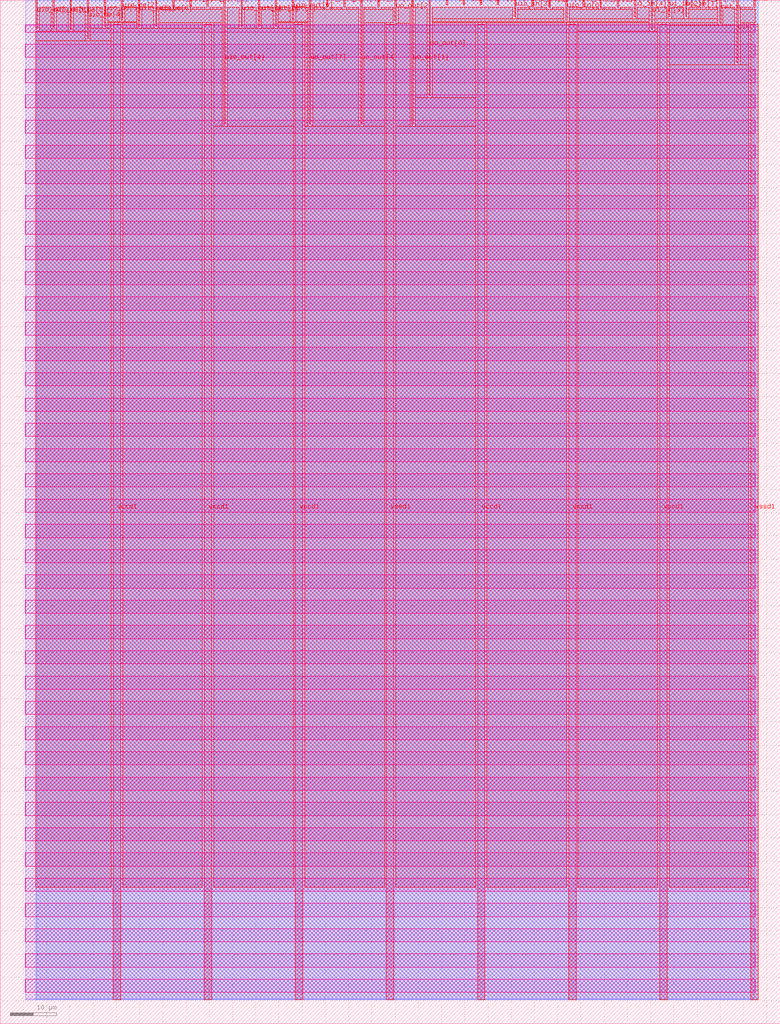
<source format=lef>
VERSION 5.7 ;
  NOWIREEXTENSIONATPIN ON ;
  DIVIDERCHAR "/" ;
  BUSBITCHARS "[]" ;
MACRO tt_um_MichaelBell_hovalaag
  CLASS BLOCK ;
  FOREIGN tt_um_MichaelBell_hovalaag ;
  ORIGIN 0.000 0.000 ;
  SIZE 167.900 BY 220.320 ;
  PIN clk
    DIRECTION INPUT ;
    USE SIGNAL ;
    PORT
      LAYER met4 ;
        RECT 158.550 206.850 158.850 220.320 ;
    END
  END clk
  PIN ena
    DIRECTION INPUT ;
    USE SIGNAL ;
    PORT
      LAYER met4 ;
        RECT 162.230 218.780 162.530 220.320 ;
    END
  END ena
  PIN rst_n
    DIRECTION INPUT ;
    USE SIGNAL ;
    PORT
      LAYER met4 ;
        RECT 154.870 215.380 155.170 220.320 ;
    END
  END rst_n
  PIN ui_in[0]
    DIRECTION INPUT ;
    USE SIGNAL ;
    PORT
      LAYER met4 ;
        RECT 151.190 218.780 151.490 220.320 ;
    END
  END ui_in[0]
  PIN ui_in[1]
    DIRECTION INPUT ;
    USE SIGNAL ;
    PORT
      LAYER met4 ;
        RECT 147.510 216.740 147.810 220.320 ;
    END
  END ui_in[1]
  PIN ui_in[2]
    DIRECTION INPUT ;
    USE SIGNAL ;
    PORT
      LAYER met4 ;
        RECT 143.830 216.740 144.130 220.320 ;
    END
  END ui_in[2]
  PIN ui_in[3]
    DIRECTION INPUT ;
    USE SIGNAL ;
    PORT
      LAYER met4 ;
        RECT 140.150 214.020 140.450 220.320 ;
    END
  END ui_in[3]
  PIN ui_in[4]
    DIRECTION INPUT ;
    USE SIGNAL ;
    PORT
      LAYER met4 ;
        RECT 136.470 216.740 136.770 220.320 ;
    END
  END ui_in[4]
  PIN ui_in[5]
    DIRECTION INPUT ;
    USE SIGNAL ;
    PORT
      LAYER met4 ;
        RECT 132.790 218.780 133.090 220.320 ;
    END
  END ui_in[5]
  PIN ui_in[6]
    DIRECTION INPUT ;
    USE SIGNAL ;
    PORT
      LAYER met4 ;
        RECT 129.110 218.780 129.410 220.320 ;
    END
  END ui_in[6]
  PIN ui_in[7]
    DIRECTION INPUT ;
    USE SIGNAL ;
    PORT
      LAYER met4 ;
        RECT 125.430 218.780 125.730 220.320 ;
    END
  END ui_in[7]
  PIN uio_in[0]
    DIRECTION INPUT ;
    USE SIGNAL ;
    PORT
      LAYER met4 ;
        RECT 121.750 216.060 122.050 220.320 ;
    END
  END uio_in[0]
  PIN uio_in[1]
    DIRECTION INPUT ;
    USE SIGNAL ;
    PORT
      LAYER met4 ;
        RECT 118.070 218.780 118.370 220.320 ;
    END
  END uio_in[1]
  PIN uio_in[2]
    DIRECTION INPUT ;
    USE SIGNAL ;
    PORT
      LAYER met4 ;
        RECT 114.390 218.780 114.690 220.320 ;
    END
  END uio_in[2]
  PIN uio_in[3]
    DIRECTION INPUT ;
    USE SIGNAL ;
    PORT
      LAYER met4 ;
        RECT 110.710 216.740 111.010 220.320 ;
    END
  END uio_in[3]
  PIN uio_in[4]
    DIRECTION INPUT ;
    USE SIGNAL ;
    PORT
      LAYER met4 ;
        RECT 107.030 219.320 107.330 220.320 ;
    END
  END uio_in[4]
  PIN uio_in[5]
    DIRECTION INPUT ;
    USE SIGNAL ;
    PORT
      LAYER met4 ;
        RECT 103.350 219.320 103.650 220.320 ;
    END
  END uio_in[5]
  PIN uio_in[6]
    DIRECTION INPUT ;
    USE SIGNAL ;
    PORT
      LAYER met4 ;
        RECT 99.670 219.320 99.970 220.320 ;
    END
  END uio_in[6]
  PIN uio_in[7]
    DIRECTION INPUT ;
    USE SIGNAL ;
    PORT
      LAYER met4 ;
        RECT 95.990 219.320 96.290 220.320 ;
    END
  END uio_in[7]
  PIN uio_oe[0]
    DIRECTION OUTPUT TRISTATE ;
    USE SIGNAL ;
    PORT
      LAYER met4 ;
        RECT 33.430 214.700 33.730 220.320 ;
    END
  END uio_oe[0]
  PIN uio_oe[1]
    DIRECTION OUTPUT TRISTATE ;
    USE SIGNAL ;
    PORT
      LAYER met4 ;
        RECT 29.750 214.700 30.050 220.320 ;
    END
  END uio_oe[1]
  PIN uio_oe[2]
    DIRECTION OUTPUT TRISTATE ;
    USE SIGNAL ;
    PORT
      LAYER met4 ;
        RECT 26.070 216.060 26.370 220.320 ;
    END
  END uio_oe[2]
  PIN uio_oe[3]
    DIRECTION OUTPUT TRISTATE ;
    USE SIGNAL ;
    PORT
      LAYER met4 ;
        RECT 22.390 214.700 22.690 220.320 ;
    END
  END uio_oe[3]
  PIN uio_oe[4]
    DIRECTION OUTPUT TRISTATE ;
    USE SIGNAL ;
    PORT
      LAYER met4 ;
        RECT 18.710 211.980 19.010 220.320 ;
    END
  END uio_oe[4]
  PIN uio_oe[5]
    DIRECTION OUTPUT TRISTATE ;
    USE SIGNAL ;
    PORT
      LAYER met4 ;
        RECT 15.030 214.020 15.330 220.320 ;
    END
  END uio_oe[5]
  PIN uio_oe[6]
    DIRECTION OUTPUT TRISTATE ;
    USE SIGNAL ;
    PORT
      LAYER met4 ;
        RECT 11.350 214.020 11.650 220.320 ;
    END
  END uio_oe[6]
  PIN uio_oe[7]
    DIRECTION OUTPUT TRISTATE ;
    USE SIGNAL ;
    PORT
      LAYER met4 ;
        RECT 7.670 214.020 7.970 220.320 ;
    END
  END uio_oe[7]
  PIN uio_out[0]
    DIRECTION OUTPUT TRISTATE ;
    USE SIGNAL ;
    PORT
      LAYER met4 ;
        RECT 62.870 216.060 63.170 220.320 ;
    END
  END uio_out[0]
  PIN uio_out[1]
    DIRECTION OUTPUT TRISTATE ;
    USE SIGNAL ;
    PORT
      LAYER met4 ;
        RECT 59.190 214.700 59.490 220.320 ;
    END
  END uio_out[1]
  PIN uio_out[2]
    DIRECTION OUTPUT TRISTATE ;
    USE SIGNAL ;
    PORT
      LAYER met4 ;
        RECT 55.510 214.700 55.810 220.320 ;
    END
  END uio_out[2]
  PIN uio_out[3]
    DIRECTION OUTPUT TRISTATE ;
    USE SIGNAL ;
    PORT
      LAYER met4 ;
        RECT 51.830 214.700 52.130 220.320 ;
    END
  END uio_out[3]
  PIN uio_out[4]
    DIRECTION OUTPUT TRISTATE ;
    USE SIGNAL ;
    PORT
      LAYER met4 ;
        RECT 48.150 193.620 48.450 220.320 ;
    END
  END uio_out[4]
  PIN uio_out[5]
    DIRECTION OUTPUT TRISTATE ;
    USE SIGNAL ;
    PORT
      LAYER met4 ;
        RECT 44.470 218.780 44.770 220.320 ;
    END
  END uio_out[5]
  PIN uio_out[6]
    DIRECTION OUTPUT TRISTATE ;
    USE SIGNAL ;
    PORT
      LAYER met4 ;
        RECT 40.790 218.780 41.090 220.320 ;
    END
  END uio_out[6]
  PIN uio_out[7]
    DIRECTION OUTPUT TRISTATE ;
    USE SIGNAL ;
    PORT
      LAYER met4 ;
        RECT 37.110 218.780 37.410 220.320 ;
    END
  END uio_out[7]
  PIN uo_out[0]
    DIRECTION OUTPUT TRISTATE ;
    USE SIGNAL ;
    PORT
      LAYER met4 ;
        RECT 92.310 199.740 92.610 220.320 ;
    END
  END uo_out[0]
  PIN uo_out[1]
    DIRECTION OUTPUT TRISTATE ;
    USE SIGNAL ;
    PORT
      LAYER met4 ;
        RECT 88.630 193.620 88.930 220.320 ;
    END
  END uo_out[1]
  PIN uo_out[2]
    DIRECTION OUTPUT TRISTATE ;
    USE SIGNAL ;
    PORT
      LAYER met4 ;
        RECT 84.950 215.750 85.250 220.320 ;
    END
  END uo_out[2]
  PIN uo_out[3]
    DIRECTION OUTPUT TRISTATE ;
    USE SIGNAL ;
    PORT
      LAYER met4 ;
        RECT 81.270 218.780 81.570 220.320 ;
    END
  END uo_out[3]
  PIN uo_out[4]
    DIRECTION OUTPUT TRISTATE ;
    USE SIGNAL ;
    PORT
      LAYER met4 ;
        RECT 77.590 193.620 77.890 220.320 ;
    END
  END uo_out[4]
  PIN uo_out[5]
    DIRECTION OUTPUT TRISTATE ;
    USE SIGNAL ;
    PORT
      LAYER met4 ;
        RECT 73.910 218.780 74.210 220.320 ;
    END
  END uo_out[5]
  PIN uo_out[6]
    DIRECTION OUTPUT TRISTATE ;
    USE SIGNAL ;
    PORT
      LAYER met4 ;
        RECT 70.230 218.780 70.530 220.320 ;
    END
  END uo_out[6]
  PIN uo_out[7]
    DIRECTION OUTPUT TRISTATE ;
    USE SIGNAL ;
    PORT
      LAYER met4 ;
        RECT 66.550 193.620 66.850 220.320 ;
    END
  END uo_out[7]
  PIN vccd1
    DIRECTION INOUT ;
    USE POWER ;
    PORT
      LAYER met4 ;
        RECT 24.325 5.200 25.925 215.120 ;
    END
    PORT
      LAYER met4 ;
        RECT 63.535 5.200 65.135 215.120 ;
    END
    PORT
      LAYER met4 ;
        RECT 102.745 5.200 104.345 215.120 ;
    END
    PORT
      LAYER met4 ;
        RECT 141.955 5.200 143.555 215.120 ;
    END
  END vccd1
  PIN vssd1
    DIRECTION INOUT ;
    USE GROUND ;
    PORT
      LAYER met4 ;
        RECT 43.930 5.200 45.530 215.120 ;
    END
    PORT
      LAYER met4 ;
        RECT 83.140 5.200 84.740 215.120 ;
    END
    PORT
      LAYER met4 ;
        RECT 122.350 5.200 123.950 215.120 ;
    END
    PORT
      LAYER met4 ;
        RECT 161.560 5.200 163.160 215.120 ;
    END
  END vssd1
  OBS
      LAYER nwell ;
        RECT 5.330 213.465 162.570 215.070 ;
        RECT 5.330 208.025 162.570 210.855 ;
        RECT 5.330 202.585 162.570 205.415 ;
        RECT 5.330 197.145 162.570 199.975 ;
        RECT 5.330 191.705 162.570 194.535 ;
        RECT 5.330 186.265 162.570 189.095 ;
        RECT 5.330 180.825 162.570 183.655 ;
        RECT 5.330 175.385 162.570 178.215 ;
        RECT 5.330 169.945 162.570 172.775 ;
        RECT 5.330 164.505 162.570 167.335 ;
        RECT 5.330 159.065 162.570 161.895 ;
        RECT 5.330 153.625 162.570 156.455 ;
        RECT 5.330 148.185 162.570 151.015 ;
        RECT 5.330 142.745 162.570 145.575 ;
        RECT 5.330 137.305 162.570 140.135 ;
        RECT 5.330 131.865 162.570 134.695 ;
        RECT 5.330 126.425 162.570 129.255 ;
        RECT 5.330 120.985 162.570 123.815 ;
        RECT 5.330 115.545 162.570 118.375 ;
        RECT 5.330 110.105 162.570 112.935 ;
        RECT 5.330 104.665 162.570 107.495 ;
        RECT 5.330 99.225 162.570 102.055 ;
        RECT 5.330 93.785 162.570 96.615 ;
        RECT 5.330 88.345 162.570 91.175 ;
        RECT 5.330 82.905 162.570 85.735 ;
        RECT 5.330 77.465 162.570 80.295 ;
        RECT 5.330 72.025 162.570 74.855 ;
        RECT 5.330 66.585 162.570 69.415 ;
        RECT 5.330 61.145 162.570 63.975 ;
        RECT 5.330 55.705 162.570 58.535 ;
        RECT 5.330 50.265 162.570 53.095 ;
        RECT 5.330 44.825 162.570 47.655 ;
        RECT 5.330 39.385 162.570 42.215 ;
        RECT 5.330 33.945 162.570 36.775 ;
        RECT 5.330 28.505 162.570 31.335 ;
        RECT 5.330 23.065 162.570 25.895 ;
        RECT 5.330 17.625 162.570 20.455 ;
        RECT 5.330 12.185 162.570 15.015 ;
        RECT 5.330 6.745 162.570 9.575 ;
      LAYER li1 ;
        RECT 5.520 5.355 162.380 214.965 ;
      LAYER met1 ;
        RECT 5.520 5.200 163.160 220.280 ;
      LAYER met2 ;
        RECT 7.910 5.255 163.130 220.310 ;
      LAYER met3 ;
        RECT 7.630 5.275 163.150 218.785 ;
      LAYER met4 ;
        RECT 8.370 213.620 10.950 218.785 ;
        RECT 12.050 213.620 14.630 218.785 ;
        RECT 15.730 213.620 18.310 218.785 ;
        RECT 7.655 211.580 18.310 213.620 ;
        RECT 19.410 214.300 21.990 218.785 ;
        RECT 23.090 215.660 25.670 218.785 ;
        RECT 26.770 215.660 29.350 218.785 ;
        RECT 23.090 215.520 29.350 215.660 ;
        RECT 23.090 214.300 23.925 215.520 ;
        RECT 19.410 211.580 23.925 214.300 ;
        RECT 7.655 29.415 23.925 211.580 ;
        RECT 26.325 214.300 29.350 215.520 ;
        RECT 30.450 214.300 33.030 218.785 ;
        RECT 34.130 218.380 36.710 218.785 ;
        RECT 37.810 218.380 40.390 218.785 ;
        RECT 41.490 218.380 44.070 218.785 ;
        RECT 45.170 218.380 47.750 218.785 ;
        RECT 34.130 215.520 47.750 218.380 ;
        RECT 34.130 214.300 43.530 215.520 ;
        RECT 26.325 29.415 43.530 214.300 ;
        RECT 45.930 193.220 47.750 215.520 ;
        RECT 48.850 214.300 51.430 218.785 ;
        RECT 52.530 214.300 55.110 218.785 ;
        RECT 56.210 214.300 58.790 218.785 ;
        RECT 59.890 215.660 62.470 218.785 ;
        RECT 63.570 215.660 66.150 218.785 ;
        RECT 59.890 215.520 66.150 215.660 ;
        RECT 59.890 214.300 63.135 215.520 ;
        RECT 48.850 193.220 63.135 214.300 ;
        RECT 45.930 29.415 63.135 193.220 ;
        RECT 65.535 193.220 66.150 215.520 ;
        RECT 67.250 218.380 69.830 218.785 ;
        RECT 70.930 218.380 73.510 218.785 ;
        RECT 74.610 218.380 77.190 218.785 ;
        RECT 67.250 193.220 77.190 218.380 ;
        RECT 78.290 218.380 80.870 218.785 ;
        RECT 81.970 218.380 84.550 218.785 ;
        RECT 78.290 215.520 84.550 218.380 ;
        RECT 78.290 193.220 82.740 215.520 ;
        RECT 85.650 215.350 88.230 218.785 ;
        RECT 65.535 29.415 82.740 193.220 ;
        RECT 85.140 193.220 88.230 215.350 ;
        RECT 89.330 199.340 91.910 218.785 ;
        RECT 93.010 216.340 110.310 218.785 ;
        RECT 111.410 218.380 113.990 218.785 ;
        RECT 115.090 218.380 117.670 218.785 ;
        RECT 118.770 218.380 121.350 218.785 ;
        RECT 111.410 216.340 121.350 218.380 ;
        RECT 93.010 215.660 121.350 216.340 ;
        RECT 122.450 218.380 125.030 218.785 ;
        RECT 126.130 218.380 128.710 218.785 ;
        RECT 129.810 218.380 132.390 218.785 ;
        RECT 133.490 218.380 136.070 218.785 ;
        RECT 122.450 216.340 136.070 218.380 ;
        RECT 137.170 216.340 139.750 218.785 ;
        RECT 122.450 215.660 139.750 216.340 ;
        RECT 93.010 215.520 139.750 215.660 ;
        RECT 93.010 199.340 102.345 215.520 ;
        RECT 89.330 193.220 102.345 199.340 ;
        RECT 85.140 29.415 102.345 193.220 ;
        RECT 104.745 29.415 121.950 215.520 ;
        RECT 124.350 213.620 139.750 215.520 ;
        RECT 140.850 216.340 143.430 218.785 ;
        RECT 144.530 216.340 147.110 218.785 ;
        RECT 148.210 218.380 150.790 218.785 ;
        RECT 151.890 218.380 154.470 218.785 ;
        RECT 148.210 216.340 154.470 218.380 ;
        RECT 140.850 215.520 154.470 216.340 ;
        RECT 140.850 213.620 141.555 215.520 ;
        RECT 124.350 29.415 141.555 213.620 ;
        RECT 143.955 214.980 154.470 215.520 ;
        RECT 155.570 214.980 158.150 218.785 ;
        RECT 143.955 206.450 158.150 214.980 ;
        RECT 159.250 218.380 161.830 218.785 ;
        RECT 159.250 215.520 162.545 218.380 ;
        RECT 159.250 206.450 161.160 215.520 ;
        RECT 143.955 29.415 161.160 206.450 ;
  END
END tt_um_MichaelBell_hovalaag
END LIBRARY


</source>
